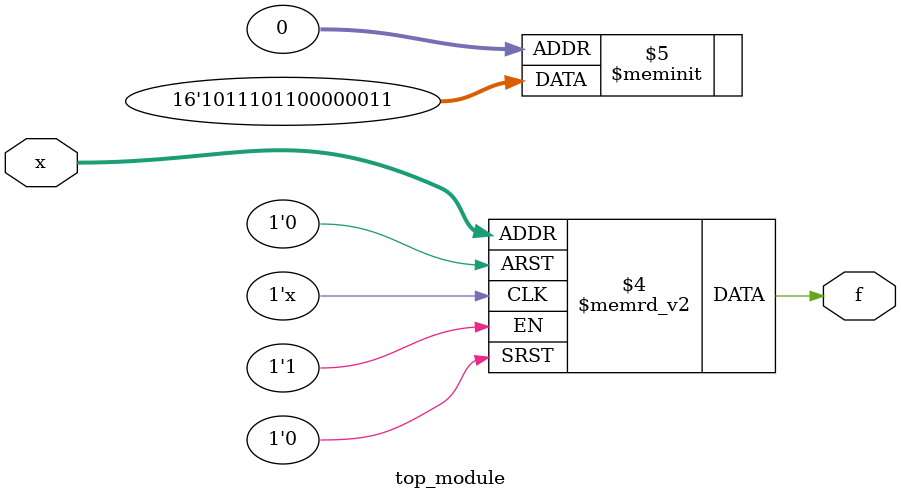
<source format=sv>
module top_module (
    input [4:1] x,
    output logic f
);

always_comb begin
    case ({x[4], x[3], x[2], x[1]})
        4'b0000: f = 1'b1;
        4'b0001: f = 1'b1;
        4'b0010: f = 1'b0;
        4'b0011: f = 1'b0;
        4'b0100: f = 1'b0;
        4'b0101: f = 1'b0;
        4'b0110: f = 1'b0;
        4'b0111: f = 1'b0;
        4'b1000: f = 1'b1;
        4'b1001: f = 1'b1;
        4'b1010: f = 1'b0;
        4'b1011: f = 1'b1;
        4'b1100: f = 1'b1;
        4'b1101: f = 1'b1;
        4'b1110: f = 1'b0;
        4'b1111: f = 1'b1;
    endcase
end

endmodule

</source>
